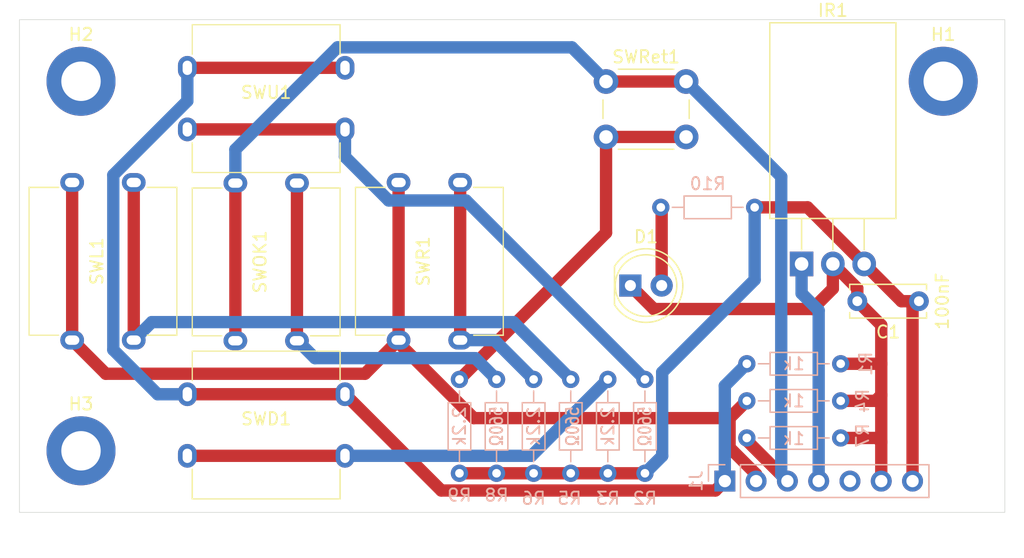
<source format=kicad_pcb>
(kicad_pcb (version 20240108) (generator "pcbnew") (generator_version "8.0")
  (layers (0 "F.Cu" signal) (31 "B.Cu" signal) (34 "B.Paste" user) (35 "F.Paste" user) (36 "B.SilkS" user "B.Silkscreen") (37 "F.SilkS" user "F.Silkscreen") (38 "B.Mask" user) (39 "F.Mask" user) (44 "Edge.Cuts" user))
  (net 0 "")
  (net 1 "+5V")
  (net 2 "GND")
  (net 3 "Net-(IR1-Vout)")
  (net 5 "Net-(J1-Pin_1)")
  (net 6 "Net-(J1-Pin_2)")
  (net 7 "Net-(J1-Pin_3)")
  (net 8 "Net-(R2-Pad2)")
  (net 9 "Net-(R3-Pad2)")
  (net 10 "Net-(R5-Pad2)")
  (net 11 "Net-(R6-Pad2)")
  (net 12 "Net-(R8-Pad2)")
  (net 13 "Net-(R9-Pad2)")
  (net 14 "Net-(D1-A)")
  (footprint "CheshBits:DPadSwitch" (layer "F.Cu") (at 129.854 60.89542 90)
    (property "Reference" "SWL1" (at 0 -0.5 90) (layer "F.SilkS"))
    (property "Value" "Tactile")
    (fp_line (start 6 -6) (end 6 -3.6) (stroke (width 0.12)) (layer "F.SilkS"))
    (fp_line (start -6 -6) (end 6 -6) (stroke (width 0.1)) (layer "F.SilkS"))
    (fp_line (start -6 -3.6) (end -6 -6) (stroke (width 0.1)) (layer "F.SilkS"))
    (fp_line (start 6 6) (end 6 3.6) (stroke (width 0.12)) (layer "F.SilkS"))
    (fp_line (start 6 6) (end -6 6) (stroke (width 0.1)) (layer "F.SilkS"))
    (fp_line (start -6 6) (end -6 3.6) (stroke (width 0.12)) (layer "F.SilkS"))
    (pad "1" thru_hole oval (at -6.4 -2.5 270) (size 1.524 1.924) (drill oval 0.762 1.162) (layers "*.Cu" "*.Mask") (net 6 "Net-(J1-Pin_2)"))
    (pad "2" thru_hole oval (at 6.4 -2.5 270) (size 1.524 1.924) (drill oval 0.762 1.162) (layers "*.Cu" "*.Mask") (net 6 "Net-(J1-Pin_2)"))
    (pad "3" thru_hole oval (at 6.4 2.5 270) (size 1.524 1.924) (drill oval 0.762 1.162) (layers "*.Cu" "*.Mask") (net 10 "Net-(R5-Pad2)"))
    (pad "4" thru_hole oval (at -6.4 2.5 270) (size 1.524 1.924) (drill oval 0.762 1.162) (layers "*.Cu" "*.Mask") (net 10 "Net-(R5-Pad2)"))
  )
  (footprint "Package_TO_SOT_THT:TO-220-3_Horizontal_TabDown" (layer "F.Cu") (at 186.572 61.11)
    (property "Reference" "IR1" (at 2.54 -20.58 0) (layer "F.SilkS"))
    (property "Value" "~")
    (fp_line (start -2.58 -19.58) (end -2.58 -3.69) (stroke (width 0.12)) (layer "F.SilkS"))
    (fp_line (start -2.58 -19.58) (end 7.66 -19.58) (stroke (width 0.12)) (layer "F.SilkS"))
    (fp_line (start -2.58 -3.69) (end 7.66 -3.69) (stroke (width 0.12)) (layer "F.SilkS"))
    (fp_line (start 0 -3.69) (end 0 -1.15) (stroke (width 0.12)) (layer "F.SilkS"))
    (fp_line (start 2.54 -3.69) (end 2.54 -1.15) (stroke (width 0.12)) (layer "F.SilkS"))
    (fp_line (start 5.08 -3.69) (end 5.08 -1.15) (stroke (width 0.12)) (layer "F.SilkS"))
    (fp_line (start 7.66 -19.58) (end 7.66 -3.69) (stroke (width 0.12)) (layer "F.SilkS"))
    (pad "" np_thru_hole circle (at 2.54 -16.66) (size 3.5 3.5) (drill 3.5) (layers "*.Cu" "*.Mask"))
    (pad "1" thru_hole rect (at 0 0) (size 1.905 2) (drill 1.1) (layers "*.Cu" "*.Mask") (net 3 "Net-(IR1-Vout)"))
    (pad "2" thru_hole oval (at 2.54 0) (size 1.905 2) (drill 1.1) (layers "*.Cu" "*.Mask") (net 2 "GND"))
    (pad "3" thru_hole oval (at 5.08 0) (size 1.905 2) (drill 1.1) (layers "*.Cu" "*.Mask") (net 1 "+5V"))
  )
  (footprint "CheshBits:DPadSwitch" (layer "F.Cu") (at 156.354 60.89542 90)
    (property "Reference" "SWR1" (at 0 -0.5 90) (layer "F.SilkS"))
    (property "Value" "Tactile")
    (fp_line (start 6 -6) (end 6 -3.6) (stroke (width 0.12)) (layer "F.SilkS"))
    (fp_line (start -6 -6) (end 6 -6) (stroke (width 0.1)) (layer "F.SilkS"))
    (fp_line (start -6 -3.6) (end -6 -6) (stroke (width 0.1)) (layer "F.SilkS"))
    (fp_line (start 6 6) (end 6 3.6) (stroke (width 0.12)) (layer "F.SilkS"))
    (fp_line (start 6 6) (end -6 6) (stroke (width 0.1)) (layer "F.SilkS"))
    (fp_line (start -6 6) (end -6 3.6) (stroke (width 0.12)) (layer "F.SilkS"))
    (pad "1" thru_hole oval (at -6.4 -2.5 270) (size 1.524 1.924) (drill oval 0.762 1.162) (layers "*.Cu" "*.Mask") (net 6 "Net-(J1-Pin_2)"))
    (pad "2" thru_hole oval (at 6.4 -2.5 270) (size 1.524 1.924) (drill oval 0.762 1.162) (layers "*.Cu" "*.Mask") (net 6 "Net-(J1-Pin_2)"))
    (pad "3" thru_hole oval (at 6.4 2.5 270) (size 1.524 1.924) (drill oval 0.762 1.162) (layers "*.Cu" "*.Mask") (net 11 "Net-(R6-Pad2)"))
    (pad "4" thru_hole oval (at -6.4 2.5 270) (size 1.524 1.924) (drill oval 0.762 1.162) (layers "*.Cu" "*.Mask") (net 11 "Net-(R6-Pad2)"))
  )
  (footprint "CheshBits:SW_PUSH_4pin_6mm" (layer "F.Cu") (at 170.697 46.3)
    (property "Reference" "SWRet1" (at 3.25 -2 0) (layer "F.SilkS"))
    (property "Value" "Tactile")
    (fp_line (start -0.25 1.5) (end -0.25 3) (stroke (width 0.12)) (layer "F.SilkS"))
    (fp_line (start 1 5.5) (end 5.5 5.5) (stroke (width 0.12)) (layer "F.SilkS"))
    (fp_line (start 5.5 -1) (end 1 -1) (stroke (width 0.12)) (layer "F.SilkS"))
    (fp_line (start 6.75 3) (end 6.75 1.5) (stroke (width 0.12)) (layer "F.SilkS"))
    (pad "1" thru_hole circle (at 0 0 90) (size 2 2) (drill 1.1) (layers "*.Cu" "*.Mask") (net 7 "Net-(J1-Pin_3)"))
    (pad "2" thru_hole circle (at 6.5 0 90) (size 2 2) (drill 1.1) (layers "*.Cu" "*.Mask") (net 7 "Net-(J1-Pin_3)"))
    (pad "3" thru_hole circle (at 6.5 4.5 90) (size 2 2) (drill 1.1) (layers "*.Cu" "*.Mask") (net 13 "Net-(R9-Pad2)"))
    (pad "4" thru_hole circle (at 0 4.5 90) (size 2 2) (drill 1.1) (layers "*.Cu" "*.Mask") (net 13 "Net-(R9-Pad2)"))
  )
  (footprint "CheshBits:DPadSwitch" (layer "F.Cu") (at 143.104 47.68742)
    (property "Reference" "SWU1" (at 0 -0.5 0) (layer "F.SilkS"))
    (property "Value" "Tactile")
    (fp_line (start -6 -6) (end 6 -6) (stroke (width 0.1)) (layer "F.SilkS"))
    (fp_line (start -6 -3.6) (end -6 -6) (stroke (width 0.1)) (layer "F.SilkS"))
    (fp_line (start -6 6) (end -6 3.6) (stroke (width 0.12)) (layer "F.SilkS"))
    (fp_line (start 6 -6) (end 6 -3.6) (stroke (width 0.12)) (layer "F.SilkS"))
    (fp_line (start 6 6) (end -6 6) (stroke (width 0.1)) (layer "F.SilkS"))
    (fp_line (start 6 6) (end 6 3.6) (stroke (width 0.12)) (layer "F.SilkS"))
    (pad "1" thru_hole oval (at -6.4 -2.5 180) (size 1.524 1.924) (drill oval 0.762 1.162) (layers "*.Cu" "*.Mask") (net 5 "Net-(J1-Pin_1)"))
    (pad "2" thru_hole oval (at 6.4 -2.5 180) (size 1.524 1.924) (drill oval 0.762 1.162) (layers "*.Cu" "*.Mask") (net 5 "Net-(J1-Pin_1)"))
    (pad "3" thru_hole oval (at 6.4 2.5 180) (size 1.524 1.924) (drill oval 0.762 1.162) (layers "*.Cu" "*.Mask") (net 8 "Net-(R2-Pad2)"))
    (pad "4" thru_hole oval (at -6.4 2.5 180) (size 1.524 1.924) (drill oval 0.762 1.162) (layers "*.Cu" "*.Mask") (net 8 "Net-(R2-Pad2)"))
  )
  (footprint "CheshBits:DPadSwitch" (layer "F.Cu") (at 143.104 74.18742)
    (property "Reference" "SWD1" (at 0 -0.5 0) (layer "F.SilkS"))
    (property "Value" "Tactile")
    (fp_line (start -6 -6) (end 6 -6) (stroke (width 0.1)) (layer "F.SilkS"))
    (fp_line (start -6 -3.6) (end -6 -6) (stroke (width 0.1)) (layer "F.SilkS"))
    (fp_line (start -6 6) (end -6 3.6) (stroke (width 0.12)) (layer "F.SilkS"))
    (fp_line (start 6 -6) (end 6 -3.6) (stroke (width 0.12)) (layer "F.SilkS"))
    (fp_line (start 6 6) (end -6 6) (stroke (width 0.1)) (layer "F.SilkS"))
    (fp_line (start 6 6) (end 6 3.6) (stroke (width 0.12)) (layer "F.SilkS"))
    (pad "1" thru_hole oval (at -6.4 -2.5 180) (size 1.524 1.924) (drill oval 0.762 1.162) (layers "*.Cu" "*.Mask") (net 5 "Net-(J1-Pin_1)"))
    (pad "2" thru_hole oval (at 6.4 -2.5 180) (size 1.524 1.924) (drill oval 0.762 1.162) (layers "*.Cu" "*.Mask") (net 5 "Net-(J1-Pin_1)"))
    (pad "3" thru_hole oval (at 6.4 2.5 180) (size 1.524 1.924) (drill oval 0.762 1.162) (layers "*.Cu" "*.Mask") (net 9 "Net-(R3-Pad2)"))
    (pad "4" thru_hole oval (at -6.4 2.5 180) (size 1.524 1.924) (drill oval 0.762 1.162) (layers "*.Cu" "*.Mask") (net 9 "Net-(R3-Pad2)"))
  )
  (footprint "LED_THT:LED_D5.0mm" (layer "F.Cu") (at 172.672 62.865)
    (property "Reference" "D1" (at 1.27 -3.96 0) (layer "F.SilkS"))
    (property "Value" "LED")
    (fp_line (start -1.29 -1.545) (end -1.29 1.545) (stroke (width 0.12)) (layer "F.SilkS"))
    (fp_arc (start -1.29 -1.54483) (mid 2.071756 -2.880501) (end 4.26 -0.000048) (stroke (width 0.12)) (layer "F.SilkS"))
    (fp_arc (start 4.26 0.000048) (mid 2.071756 2.880501) (end -1.29 1.54483) (stroke (width 0.12)) (layer "F.SilkS"))
    (fp_circle (center 1.27 0) (end 3.77 0) (stroke (width 0.12)) (fill none) (layer "F.SilkS"))
    (pad "1" thru_hole rect (at 0 0) (size 1.8 1.8) (drill 0.9) (layers "*.Cu" "*.Mask") (net 2 "GND"))
    (pad "2" thru_hole circle (at 2.54 0) (size 1.8 1.8) (drill 0.9) (layers "*.Cu" "*.Mask") (net 14 "Net-(D1-A)"))
  )
  (footprint "Capacitor_THT:C_Disc_D6.0mm_W2.5mm_P5.00mm" (layer "F.Cu") (at 196.097 64.135 180)
    (property "Reference" "C1" (at 2.5 -2.5 360) (layer "F.SilkS"))
    (property "Value" "100nF" (at -1.905 0 90) (layer "F.SilkS"))
    (fp_line (start 5.62 0.925) (end 5.62 1.37) (stroke (width 0.12)) (layer "F.SilkS"))
    (fp_line (start 5.62 -1.37) (end 5.62 -0.925) (stroke (width 0.12)) (layer "F.SilkS"))
    (fp_line (start -0.62 1.37) (end 5.62 1.37) (stroke (width 0.12)) (layer "F.SilkS"))
    (fp_line (start -0.62 0.925) (end -0.62 1.37) (stroke (width 0.12)) (layer "F.SilkS"))
    (fp_line (start -0.62 -1.37) (end 5.62 -1.37) (stroke (width 0.12)) (layer "F.SilkS"))
    (fp_line (start -0.62 -1.37) (end -0.62 -0.925) (stroke (width 0.12)) (layer "F.SilkS"))
    (pad "1" thru_hole circle (at 0 0 180) (size 1.6 1.6) (drill 0.8) (layers "*.Cu" "*.Mask") (net 1 "+5V"))
    (pad "2" thru_hole circle (at 5 0 180) (size 1.6 1.6) (drill 0.8) (layers "*.Cu" "*.Mask") (net 2 "GND"))
  )
  (footprint "MountingHole:MountingHole_3.2mm_M3_DIN965_Pad" (layer "F.Cu") (at 128.072 76.28)
    (property "Reference" "H3" (at 0 -3.8 0) (layer "F.SilkS"))
    (property "Value" "MountingHole_M3")
    (pad "1" thru_hole circle (at 0 0) (size 5.6 5.6) (drill 3.2) (layers "*.Cu" "*.Mask"))
  )
  (footprint "CheshBits:DPadSwitch" (layer "F.Cu") (at 143.104 60.94542 90)
    (property "Reference" "SWOK1" (at 0 -0.5 90) (layer "F.SilkS"))
    (property "Value" "Tactile")
    (fp_line (start 6 -6) (end 6 -3.6) (stroke (width 0.12)) (layer "F.SilkS"))
    (fp_line (start -6 -6) (end 6 -6) (stroke (width 0.1)) (layer "F.SilkS"))
    (fp_line (start -6 -3.6) (end -6 -6) (stroke (width 0.1)) (layer "F.SilkS"))
    (fp_line (start 6 6) (end 6 3.6) (stroke (width 0.12)) (layer "F.SilkS"))
    (fp_line (start 6 6) (end -6 6) (stroke (width 0.1)) (layer "F.SilkS"))
    (fp_line (start -6 6) (end -6 3.6) (stroke (width 0.12)) (layer "F.SilkS"))
    (pad "1" thru_hole oval (at -6.4 -2.5 270) (size 1.524 1.924) (drill oval 0.762 1.162) (layers "*.Cu" "*.Mask") (net 7 "Net-(J1-Pin_3)"))
    (pad "2" thru_hole oval (at 6.4 -2.5 270) (size 1.524 1.924) (drill oval 0.762 1.162) (layers "*.Cu" "*.Mask") (net 7 "Net-(J1-Pin_3)"))
    (pad "3" thru_hole oval (at 6.4 2.5 270) (size 1.524 1.924) (drill oval 0.762 1.162) (layers "*.Cu" "*.Mask") (net 12 "Net-(R8-Pad2)"))
    (pad "4" thru_hole oval (at -6.4 2.5 270) (size 1.524 1.924) (drill oval 0.762 1.162) (layers "*.Cu" "*.Mask") (net 12 "Net-(R8-Pad2)"))
  )
  (footprint "MountingHole:MountingHole_3.2mm_M3_DIN965_Pad" (layer "F.Cu") (at 198.072 46.28)
    (property "Reference" "H1" (at 0 -3.8 0) (layer "F.SilkS"))
    (property "Value" "MountingHole_M3")
    (pad "1" thru_hole circle (at 0 0) (size 5.6 5.6) (drill 3.2) (layers "*.Cu" "*.Mask"))
  )
  (footprint "MountingHole:MountingHole_3.2mm_M3_DIN965_Pad" (layer "F.Cu") (at 128.072 46.28)
    (property "Reference" "H2" (at 0 -3.8 0) (layer "F.SilkS"))
    (property "Value" "MountingHole_M3")
    (pad "1" thru_hole circle (at 0 0) (size 5.6 5.6) (drill 3.2) (layers "*.Cu" "*.Mask"))
  )
  (footprint "Resistor_THT:R_Axial_DIN0204_L3.6mm_D1.6mm_P7.62mm_Horizontal" (layer "B.Cu") (at 182.127 69.215)
    (property "Reference" "R1" (at 9.652 0 90) (layer "B.SilkS") (effects (justify mirror)))
    (property "Value" "1k" (at 3.81 0 360) (layer "B.SilkS") (effects (justify mirror)))
    (fp_line (start 1.89 -0.92) (end 1.89 0.92) (stroke (width 0.12)) (layer "B.SilkS"))
    (fp_line (start 1.89 0) (end 0.94 0) (stroke (width 0.12)) (layer "B.SilkS"))
    (fp_line (start 1.89 0.92) (end 5.73 0.92) (stroke (width 0.12)) (layer "B.SilkS"))
    (fp_line (start 5.73 -0.92) (end 1.89 -0.92) (stroke (width 0.12)) (layer "B.SilkS"))
    (fp_line (start 5.73 0) (end 6.68 0) (stroke (width 0.12)) (layer "B.SilkS"))
    (fp_line (start 5.73 0.92) (end 5.73 -0.92) (stroke (width 0.12)) (layer "B.SilkS"))
    (pad "1" thru_hole circle (at 0 0) (size 1.4 1.4) (drill 0.7) (layers "*.Cu" "*.Mask") (net 5 "Net-(J1-Pin_1)"))
    (pad "2" thru_hole oval (at 7.62 0) (size 1.4 1.4) (drill 0.7) (layers "*.Cu" "*.Mask") (net 2 "GND"))
  )
  (footprint "Resistor_THT:R_Axial_DIN0204_L3.6mm_D1.6mm_P7.62mm_Horizontal" (layer "B.Cu") (at 161.807 78.105 90)
    (property "Reference" "R8" (at -1.778 0 180) (layer "B.SilkS") (effects (justify mirror)))
    (property "Value" "560Ω" (at 3.81 0 90) (layer "B.SilkS") (effects (font (size 1 0.8)) (justify mirror)))
    (fp_line (start 5.73 -0.92) (end 1.89 -0.92) (stroke (width 0.12)) (layer "B.SilkS"))
    (fp_line (start 1.89 -0.92) (end 1.89 0.92) (stroke (width 0.12)) (layer "B.SilkS"))
    (fp_line (start 5.73 0) (end 6.68 0) (stroke (width 0.12)) (layer "B.SilkS"))
    (fp_line (start 1.89 0) (end 0.94 0) (stroke (width 0.12)) (layer "B.SilkS"))
    (fp_line (start 5.73 0.92) (end 5.73 -0.92) (stroke (width 0.12)) (layer "B.SilkS"))
    (fp_line (start 1.89 0.92) (end 5.73 0.92) (stroke (width 0.12)) (layer "B.SilkS"))
    (pad "1" thru_hole circle (at 0 0 90) (size 1.4 1.4) (drill 0.7) (layers "*.Cu" "*.Mask") (net 1 "+5V"))
    (pad "2" thru_hole oval (at 7.62 0 90) (size 1.4 1.4) (drill 0.7) (layers "*.Cu" "*.Mask") (net 12 "Net-(R8-Pad2)"))
  )
  (footprint "Resistor_THT:R_Axial_DIN0204_L3.6mm_D1.6mm_P7.62mm_Horizontal" (layer "B.Cu") (at 182.762 56.515 180)
    (property "Reference" "R10" (at 3.81 1.92 0) (layer "B.SilkS") (effects (justify mirror)))
    (property "Value" "220Ω")
    (fp_line (start 5.73 0.92) (end 5.73 -0.92) (stroke (width 0.12)) (layer "B.SilkS"))
    (fp_line (start 5.73 0) (end 6.68 0) (stroke (width 0.12)) (layer "B.SilkS"))
    (fp_line (start 5.73 -0.92) (end 1.89 -0.92) (stroke (width 0.12)) (layer "B.SilkS"))
    (fp_line (start 1.89 0.92) (end 5.73 0.92) (stroke (width 0.12)) (layer "B.SilkS"))
    (fp_line (start 1.89 0) (end 0.94 0) (stroke (width 0.12)) (layer "B.SilkS"))
    (fp_line (start 1.89 -0.92) (end 1.89 0.92) (stroke (width 0.12)) (layer "B.SilkS"))
    (pad "1" thru_hole circle (at 0 0 180) (size 1.4 1.4) (drill 0.7) (layers "*.Cu" "*.Mask") (net 1 "+5V"))
    (pad "2" thru_hole oval (at 7.62 0 180) (size 1.4 1.4) (drill 0.7) (layers "*.Cu" "*.Mask") (net 14 "Net-(D1-A)"))
  )
  (footprint "Resistor_THT:R_Axial_DIN0204_L3.6mm_D1.6mm_P7.62mm_Horizontal" (layer "B.Cu") (at 173.853858 78.105 90)
    (property "Reference" "R2" (at -2.032 0 180) (layer "B.SilkS") (effects (justify mirror)))
    (property "Value" "560Ω" (at 3.81 0 90) (layer "B.SilkS") (effects (font (size 1 0.8)) (justify mirror)))
    (fp_line (start 5.73 -0.92) (end 1.89 -0.92) (stroke (width 0.12)) (layer "B.SilkS"))
    (fp_line (start 1.89 -0.92) (end 1.89 0.92) (stroke (width 0.12)) (layer "B.SilkS"))
    (fp_line (start 5.73 0) (end 6.68 0) (stroke (width 0.12)) (layer "B.SilkS"))
    (fp_line (start 1.89 0) (end 0.94 0) (stroke (width 0.12)) (layer "B.SilkS"))
    (fp_line (start 5.73 0.92) (end 5.73 -0.92) (stroke (width 0.12)) (layer "B.SilkS"))
    (fp_line (start 1.89 0.92) (end 5.73 0.92) (stroke (width 0.12)) (layer "B.SilkS"))
    (pad "1" thru_hole circle (at 0 0 90) (size 1.4 1.4) (drill 0.7) (layers "*.Cu" "*.Mask") (net 1 "+5V"))
    (pad "2" thru_hole oval (at 7.62 0 90) (size 1.4 1.4) (drill 0.7) (layers "*.Cu" "*.Mask") (net 8 "Net-(R2-Pad2)"))
  )
  (footprint "Resistor_THT:R_Axial_DIN0204_L3.6mm_D1.6mm_P7.62mm_Horizontal" (layer "B.Cu") (at 158.795286 78.105 90)
    (property "Reference" "R9" (at -1.778 0 180) (layer "B.SilkS") (effects (justify mirror)))
    (property "Value" "2.2k" (at 3.81 0 90) (layer "B.SilkS") (effects (justify mirror)))
    (fp_line (start 5.73 -0.92) (end 1.89 -0.92) (stroke (width 0.12)) (layer "B.SilkS"))
    (fp_line (start 1.89 -0.92) (end 1.89 0.92) (stroke (width 0.12)) (layer "B.SilkS"))
    (fp_line (start 5.73 0) (end 6.68 0) (stroke (width 0.12)) (layer "B.SilkS"))
    (fp_line (start 1.89 0) (end 0.94 0) (stroke (width 0.12)) (layer "B.SilkS"))
    (fp_line (start 5.73 0.92) (end 5.73 -0.92) (stroke (width 0.12)) (layer "B.SilkS"))
    (fp_line (start 1.89 0.92) (end 5.73 0.92) (stroke (width 0.12)) (layer "B.SilkS"))
    (pad "1" thru_hole circle (at 0 0 90) (size 1.4 1.4) (drill 0.7) (layers "*.Cu" "*.Mask") (net 1 "+5V"))
    (pad "2" thru_hole oval (at 7.62 0 90) (size 1.4 1.4) (drill 0.7) (layers "*.Cu" "*.Mask") (net 13 "Net-(R9-Pad2)"))
  )
  (footprint "Resistor_THT:R_Axial_DIN0204_L3.6mm_D1.6mm_P7.62mm_Horizontal" (layer "B.Cu") (at 182.127 75.238428)
    (property "Reference" "R7" (at 9.398 -0.202 90) (layer "B.SilkS") (effects (justify mirror)))
    (property "Value" "1k" (at 3.81 0.052 360) (layer "B.SilkS") (effects (justify mirror)))
    (fp_line (start 1.89 -0.92) (end 1.89 0.92) (stroke (width 0.12)) (layer "B.SilkS"))
    (fp_line (start 1.89 0) (end 0.94 0) (stroke (width 0.12)) (layer "B.SilkS"))
    (fp_line (start 1.89 0.92) (end 5.73 0.92) (stroke (width 0.12)) (layer "B.SilkS"))
    (fp_line (start 5.73 -0.92) (end 1.89 -0.92) (stroke (width 0.12)) (layer "B.SilkS"))
    (fp_line (start 5.73 0) (end 6.68 0) (stroke (width 0.12)) (layer "B.SilkS"))
    (fp_line (start 5.73 0.92) (end 5.73 -0.92) (stroke (width 0.12)) (layer "B.SilkS"))
    (pad "1" thru_hole circle (at 0 0) (size 1.4 1.4) (drill 0.7) (layers "*.Cu" "*.Mask") (net 7 "Net-(J1-Pin_3)"))
    (pad "2" thru_hole oval (at 7.62 0) (size 1.4 1.4) (drill 0.7) (layers "*.Cu" "*.Mask") (net 2 "GND"))
  )
  (footprint "Resistor_THT:R_Axial_DIN0204_L3.6mm_D1.6mm_P7.62mm_Horizontal" (layer "B.Cu") (at 182.127 72.226714)
    (property "Reference" "R4" (at 9.398 0 90) (layer "B.SilkS") (effects (justify mirror)))
    (property "Value" "1k" (at 3.81 0 360) (layer "B.SilkS") (effects (justify mirror)))
    (fp_line (start 1.89 -0.92) (end 1.89 0.92) (stroke (width 0.12)) (layer "B.SilkS"))
    (fp_line (start 1.89 0) (end 0.94 0) (stroke (width 0.12)) (layer "B.SilkS"))
    (fp_line (start 1.89 0.92) (end 5.73 0.92) (stroke (width 0.12)) (layer "B.SilkS"))
    (fp_line (start 5.73 -0.92) (end 1.89 -0.92) (stroke (width 0.12)) (layer "B.SilkS"))
    (fp_line (start 5.73 0) (end 6.68 0) (stroke (width 0.12)) (layer "B.SilkS"))
    (fp_line (start 5.73 0.92) (end 5.73 -0.92) (stroke (width 0.12)) (layer "B.SilkS"))
    (pad "1" thru_hole circle (at 0 0) (size 1.4 1.4) (drill 0.7) (layers "*.Cu" "*.Mask") (net 6 "Net-(J1-Pin_2)"))
    (pad "2" thru_hole oval (at 7.62 0) (size 1.4 1.4) (drill 0.7) (layers "*.Cu" "*.Mask") (net 2 "GND"))
  )
  (footprint "Resistor_THT:R_Axial_DIN0204_L3.6mm_D1.6mm_P7.62mm_Horizontal" (layer "B.Cu") (at 164.818714 78.105 90)
    (property "Reference" "R6" (at -2.032 0 180) (layer "B.SilkS") (effects (justify mirror)))
    (property "Value" "2.2k" (at 3.81 0 90) (layer "B.SilkS") (effects (justify mirror)))
    (fp_line (start 5.73 -0.92) (end 1.89 -0.92) (stroke (width 0.12)) (layer "B.SilkS"))
    (fp_line (start 1.89 -0.92) (end 1.89 0.92) (stroke (width 0.12)) (layer "B.SilkS"))
    (fp_line (start 5.73 0) (end 6.68 0) (stroke (width 0.12)) (layer "B.SilkS"))
    (fp_line (start 1.89 0) (end 0.94 0) (stroke (width 0.12)) (layer "B.SilkS"))
    (fp_line (start 5.73 0.92) (end 5.73 -0.92) (stroke (width 0.12)) (layer "B.SilkS"))
    (fp_line (start 1.89 0.92) (end 5.73 0.92) (stroke (width 0.12)) (layer "B.SilkS"))
    (pad "1" thru_hole circle (at 0 0 90) (size 1.4 1.4) (drill 0.7) (layers "*.Cu" "*.Mask") (net 1 "+5V"))
    (pad "2" thru_hole oval (at 7.62 0 90) (size 1.4 1.4) (drill 0.7) (layers "*.Cu" "*.Mask") (net 11 "Net-(R6-Pad2)"))
  )
  (footprint "Resistor_THT:R_Axial_DIN0204_L3.6mm_D1.6mm_P7.62mm_Horizontal" (layer "B.Cu") (at 170.842142 78.105 90)
    (property "Reference" "R3" (at -2.032 0 180) (layer "B.SilkS") (effects (justify mirror)))
    (property "Value" "2.2k" (at 3.81 0 90) (layer "B.SilkS") (effects (justify mirror)))
    (fp_line (start 5.73 -0.92) (end 1.89 -0.92) (stroke (width 0.12)) (layer "B.SilkS"))
    (fp_line (start 1.89 -0.92) (end 1.89 0.92) (stroke (width 0.12)) (layer "B.SilkS"))
    (fp_line (start 5.73 0) (end 6.68 0) (stroke (width 0.12)) (layer "B.SilkS"))
    (fp_line (start 1.89 0) (end 0.94 0) (stroke (width 0.12)) (layer "B.SilkS"))
    (fp_line (start 5.73 0.92) (end 5.73 -0.92) (stroke (width 0.12)) (layer "B.SilkS"))
    (fp_line (start 1.89 0.92) (end 5.73 0.92) (stroke (width 0.12)) (layer "B.SilkS"))
    (pad "1" thru_hole circle (at 0 0 90) (size 1.4 1.4) (drill 0.7) (layers "*.Cu" "*.Mask") (net 1 "+5V"))
    (pad "2" thru_hole oval (at 7.62 0 90) (size 1.4 1.4) (drill 0.7) (layers "*.Cu" "*.Mask") (net 9 "Net-(R3-Pad2)"))
  )
  (footprint "Connector_PinHeader_2.54mm:PinHeader_1x07_P2.54mm_Vertical" (layer "B.Cu") (at 180.34 78.74 -90)
    (property "Reference" "J1" (at 0 2.33 90) (layer "B.SilkS") (effects (justify mirror)))
    (property "Value" "Conn_01x07_Pin")
    (fp_line (start -1.33 1.33) (end -1.33 0) (stroke (width 0.12)) (layer "B.SilkS"))
    (fp_line (start 0 1.33) (end -1.33 1.33) (stroke (width 0.12)) (layer "B.SilkS"))
    (fp_line (start 1.33 -1.27) (end -1.33 -1.27) (stroke (width 0.12)) (layer "B.SilkS"))
    (fp_line (start -1.33 -16.57) (end -1.33 -1.27) (stroke (width 0.12)) (layer "B.SilkS"))
    (fp_line (start 1.33 -16.57) (end 1.33 -1.27) (stroke (width 0.12)) (layer "B.SilkS"))
    (fp_line (start 1.33 -16.57) (end -1.33 -16.57) (stroke (width 0.12)) (layer "B.SilkS"))
    (pad "1" thru_hole rect (at 0 0 270) (size 1.7 1.7) (drill 1) (layers "*.Cu" "*.Mask") (net 5 "Net-(J1-Pin_1)"))
    (pad "2" thru_hole oval (at 0 -2.54 270) (size 1.7 1.7) (drill 1) (layers "*.Cu" "*.Mask") (net 6 "Net-(J1-Pin_2)"))
    (pad "3" thru_hole oval (at 0 -5.08 270) (size 1.7 1.7) (drill 1) (layers "*.Cu" "*.Mask") (net 7 "Net-(J1-Pin_3)"))
    (pad "4" thru_hole oval (at 0 -7.62 270) (size 1.7 1.7) (drill 1) (layers "*.Cu" "*.Mask") (net 3 "Net-(IR1-Vout)"))
    (pad "5" thru_hole oval (at 0 -10.16 270) (size 1.7 1.7) (drill 1) (layers "*.Cu" "*.Mask"))
    (pad "6" thru_hole oval (at 0 -12.7 270) (size 1.7 1.7) (drill 1) (layers "*.Cu" "*.Mask") (net 2 "GND"))
    (pad "7" thru_hole oval (at 0 -15.24 270) (size 1.7 1.7) (drill 1) (layers "*.Cu" "*.Mask") (net 1 "+5V"))
  )
  (footprint "Resistor_THT:R_Axial_DIN0204_L3.6mm_D1.6mm_P7.62mm_Horizontal" (layer "B.Cu") (at 167.830428 78.105 90)
    (property "Reference" "R5" (at -2.032 -0.102 180) (layer "B.SilkS") (effects (justify mirror)))
    (property "Value" "560Ω" (at 3.81 0.152 90) (layer "B.SilkS") (effects (font (size 1 0.8)) (justify mirror)))
    (fp_line (start 5.73 -0.92) (end 1.89 -0.92) (stroke (width 0.12)) (layer "B.SilkS"))
    (fp_line (start 1.89 -0.92) (end 1.89 0.92) (stroke (width 0.12)) (layer "B.SilkS"))
    (fp_line (start 5.73 0) (end 6.68 0) (stroke (width 0.12)) (layer "B.SilkS"))
    (fp_line (start 1.89 0) (end 0.94 0) (stroke (width 0.12)) (layer "B.SilkS"))
    (fp_line (start 5.73 0.92) (end 5.73 -0.92) (stroke (width 0.12)) (layer "B.SilkS"))
    (fp_line (start 1.89 0.92) (end 5.73 0.92) (stroke (width 0.12)) (layer "B.SilkS"))
    (pad "1" thru_hole circle (at 0 0 90) (size 1.4 1.4) (drill 0.7) (layers "*.Cu" "*.Mask") (net 1 "+5V"))
    (pad "2" thru_hole oval (at 7.62 0 90) (size 1.4 1.4) (drill 0.7) (layers "*.Cu" "*.Mask") (net 10 "Net-(R5-Pad2)"))
  )
  (gr_rect (start 123.072 41.28) (end 203.072 81.28) (stroke (width 0.05)) (fill none) (layer "Edge.Cuts"))
  (segment (start 187.057 56.515) (end 182.762 56.515) (width 1) (layer "F.Cu") (net 1))
  (segment (start 195.58 78.74) (end 195.58 64.652) (width 1) (layer "F.Cu") (net 1))
  (segment (start 196.097 64.135) (end 194.677 64.135) (width 1) (layer "F.Cu") (net 1))
  (segment (start 194.677 64.135) (end 191.652 61.11) (width 1) (layer "F.Cu") (net 1))
  (segment (start 191.652 61.11) (end 187.057 56.515) (width 1) (layer "F.Cu") (net 1))
  (segment (start 195.58 64.652) (end 196.097 64.135) (width 1) (layer "F.Cu") (net 1))
  (segment (start 158.795286 78.105) (end 173.853858 78.105) (width 1) (layer "F.Cu") (net 1))
  (segment (start 175.253858 76.705) (end 175.253858 69.905101) (width 1) (layer "B.Cu") (net 1))
  (segment (start 182.762 62.396959) (end 182.762 56.515) (width 1) (layer "B.Cu") (net 1))
  (segment (start 175.253858 69.905101) (end 182.762 62.396959) (width 1) (layer "B.Cu") (net 1))
  (segment (start 173.853858 78.105) (end 175.253858 76.705) (width 1) (layer "B.Cu") (net 1))
  (segment (start 193.04 71.755) (end 193.04 69.215) (width 1) (layer "F.Cu") (net 2))
  (segment (start 193.04 69.215) (end 193.04 66.078) (width 1) (layer "F.Cu") (net 2))
  (segment (start 189.112 63.11) (end 187.452 64.77) (width 1) (layer "F.Cu") (net 2))
  (segment (start 174.577 64.77) (end 172.672 62.865) (width 1) (layer "F.Cu") (net 2))
  (segment (start 189.747 69.215) (end 193.04 69.215) (width 1) (layer "F.Cu") (net 2))
  (segment (start 192.713428 75.238428) (end 193.04 75.565) (width 1) (layer "F.Cu") (net 2))
  (segment (start 192.568286 72.226714) (end 193.04 71.755) (width 1) (layer "F.Cu") (net 2))
  (segment (start 191.097 64.135) (end 191.097 63.095) (width 1) (layer "F.Cu") (net 2))
  (segment (start 189.747 72.226714) (end 192.568286 72.226714) (width 1) (layer "F.Cu") (net 2))
  (segment (start 189.112 61.11) (end 189.112 63.11) (width 1) (layer "F.Cu") (net 2))
  (segment (start 193.04 78.74) (end 193.04 75.565) (width 1) (layer "F.Cu") (net 2))
  (segment (start 193.04 75.565) (end 193.04 71.755) (width 1) (layer "F.Cu") (net 2))
  (segment (start 187.452 64.77) (end 174.577 64.77) (width 1) (layer "F.Cu") (net 2))
  (segment (start 191.097 63.095) (end 189.112 61.11) (width 1) (layer "F.Cu") (net 2))
  (segment (start 193.04 66.078) (end 191.097 64.135) (width 1) (layer "F.Cu") (net 2))
  (segment (start 189.747 75.238428) (end 192.713428 75.238428) (width 1) (layer "F.Cu") (net 2))
  (segment (start 187.96 64.888) (end 187.96 78.74) (width 1) (layer "B.Cu") (net 3))
  (segment (start 186.572 61.11) (end 186.572 63.5) (width 1) (layer "B.Cu") (net 3))
  (segment (start 186.572 63.5) (end 187.96 64.888) (width 1) (layer "B.Cu") (net 3))
  (segment (start 179.575 79.505) (end 180.34 78.74) (width 1) (layer "F.Cu") (net 5))
  (segment (start 136.704 71.68742) (end 149.504 71.68742) (width 1) (layer "F.Cu") (net 5))
  (segment (start 157.32158 79.505) (end 179.575 79.505) (width 1) (layer "F.Cu") (net 5))
  (segment (start 136.704 45.18742) (end 149.504 45.18742) (width 1) (layer "F.Cu") (net 5))
  (segment (start 149.504 71.68742) (end 157.32158 79.505) (width 1) (layer "F.Cu") (net 5))
  (segment (start 136.704 47.87784) (end 136.704 45.18742) (width 1) (layer "B.Cu") (net 5))
  (segment (start 136.704 71.68742) (end 134.296 71.68742) (width 1) (layer "B.Cu") (net 5))
  (segment (start 130.692 68.08342) (end 130.692 53.88984) (width 1) (layer "B.Cu") (net 5))
  (segment (start 182.127 69.215) (end 180.34 71.002) (width 1) (layer "B.Cu") (net 5))
  (segment (start 134.296 71.68742) (end 130.692 68.08342) (width 1) (layer "B.Cu") (net 5))
  (segment (start 180.34 71.002) (end 180.34 78.74) (width 1) (layer "B.Cu") (net 5))
  (segment (start 130.692 53.88984) (end 136.704 47.87784) (width 1) (layer "B.Cu") (net 5))
  (segment (start 182.88 78.18) (end 182.88 78.74) (width 1) (layer "F.Cu") (net 6))
  (segment (start 153.854 67.29542) (end 151.124 70.02542) (width 1) (layer "F.Cu") (net 6))
  (segment (start 153.854 54.49542) (end 153.854 67.29542) (width 1) (layer "F.Cu") (net 6))
  (segment (start 153.854 67.523613) (end 153.854 67.29542) (width 1) (layer "F.Cu") (net 6))
  (segment (start 180.727 76.027) (end 182.88 78.18) (width 1) (layer "F.Cu") (net 6))
  (segment (start 151.124 70.02542) (end 130.084 70.02542) (width 1) (layer "F.Cu") (net 6))
  (segment (start 180.727 73.626714) (end 180.727 76.027) (width 1) (layer "F.Cu") (net 6))
  (segment (start 130.084 70.02542) (end 127.354 67.29542) (width 1) (layer "F.Cu") (net 6))
  (segment (start 182.127 72.226714) (end 180.727 73.626714) (width 1) (layer "F.Cu") (net 6))
  (segment (start 159.957101 73.626714) (end 153.854 67.523613) (width 1) (layer "F.Cu") (net 6))
  (segment (start 180.727 73.626714) (end 159.957101 73.626714) (width 1) (layer "F.Cu") (net 6))
  (segment (start 127.354 54.49542) (end 127.354 67.29542) (width 1) (layer "F.Cu") (net 6))
  (segment (start 153.854 67.62342) (end 153.854 67.29542) (width 0.5) (layer "B.Cu") (net 6))
  (segment (start 182.127 75.238428) (end 182.127 75.447) (width 1) (layer "F.Cu") (net 7))
  (segment (start 182.127 75.447) (end 185.42 78.74) (width 1) (layer "F.Cu") (net 7))
  (segment (start 170.697 46.3) (end 177.197 46.3) (width 1) (layer "F.Cu") (net 7))
  (segment (start 140.604 54.49542) (end 140.604 67.29542) (width 1) (layer "F.Cu") (net 7))
  (segment (start 140.604 54.49542) (end 140.604 51.81984) (width 1) (layer "B.Cu") (net 7))
  (segment (start 140.604 51.81984) (end 148.89842 43.52542) (width 1) (layer "B.Cu") (net 7))
  (segment (start 184.9195 54.0225) (end 184.9195 78.2395) (width 1) (layer "B.Cu") (net 7))
  (segment (start 184.9195 78.2395) (end 185.42 78.74) (width 1) (layer "B.Cu") (net 7))
  (segment (start 148.89842 43.52542) (end 167.92242 43.52542) (width 1) (layer "B.Cu") (net 7))
  (segment (start 177.197 46.3) (end 184.9195 54.0225) (width 1) (layer "B.Cu") (net 7))
  (segment (start 167.92242 43.52542) (end 170.697 46.3) (width 1) (layer "B.Cu") (net 7))
  (segment (start 136.704 50.18742) (end 149.504 50.18742) (width 1) (layer "F.Cu") (net 8))
  (segment (start 159.326278 55.95742) (end 153.04842 55.95742) (width 1) (layer "B.Cu") (net 8))
  (segment (start 149.504 52.413) (end 149.504 50.18742) (width 1) (layer "B.Cu") (net 8))
  (segment (start 153.04842 55.95742) (end 149.504 52.413) (width 1) (layer "B.Cu") (net 8))
  (segment (start 173.853858 70.485) (end 159.326278 55.95742) (width 1) (layer "B.Cu") (net 8))
  (segment (start 136.704 76.68742) (end 149.504 76.68742) (width 1) (layer "F.Cu") (net 9))
  (segment (start 164.639722 76.68742) (end 149.504 76.68742) (width 1) (layer "B.Cu") (net 9))
  (segment (start 170.842142 70.485) (end 164.639722 76.68742) (width 1) (layer "B.Cu") (net 9))
  (segment (start 132.354 54.49542) (end 132.354 67.29542) (width 1) (layer "F.Cu") (net 10))
  (segment (start 133.816 65.83342) (end 132.354 67.29542) (width 1) (layer "B.Cu") (net 10))
  (segment (start 167.830428 70.485) (end 163.178848 65.83342) (width 1) (layer "B.Cu") (net 10))
  (segment (start 163.178848 65.83342) (end 133.816 65.83342) (width 1) (layer "B.Cu") (net 10))
  (segment (start 158.854 54.49542) (end 158.854 67.29542) (width 1) (layer "F.Cu") (net 11))
  (segment (start 161.629134 67.29542) (end 158.854 67.29542) (width 1) (layer "B.Cu") (net 11))
  (segment (start 164.818714 70.485) (end 161.629134 67.29542) (width 1) (layer "B.Cu") (net 11))
  (segment (start 145.604 54.49542) (end 145.604 67.29542) (width 1) (layer "F.Cu") (net 12))
  (segment (start 147.066 68.75742) (end 145.604 67.29542) (width 1) (layer "B.Cu") (net 12))
  (segment (start 160.07942 68.75742) (end 147.066 68.75742) (width 1) (layer "B.Cu") (net 12))
  (segment (start 161.807 70.485) (end 160.07942 68.75742) (width 1) (layer "B.Cu") (net 12))
  (segment (start 170.697 58.583286) (end 170.697 50.8) (width 1) (layer "F.Cu") (net 13))
  (segment (start 170.697 50.8) (end 177.197 50.8) (width 1) (layer "F.Cu") (net 13))
  (segment (start 158.795286 70.485) (end 170.697 58.583286) (width 1) (layer "F.Cu") (net 13))
  (segment (start 175.212 62.865) (end 175.212 56.585) (width 1) (layer "F.Cu") (net 14))
  (segment (start 175.212 56.585) (end 175.142 56.515) (width 1) (layer "F.Cu") (net 14))
)
</source>
